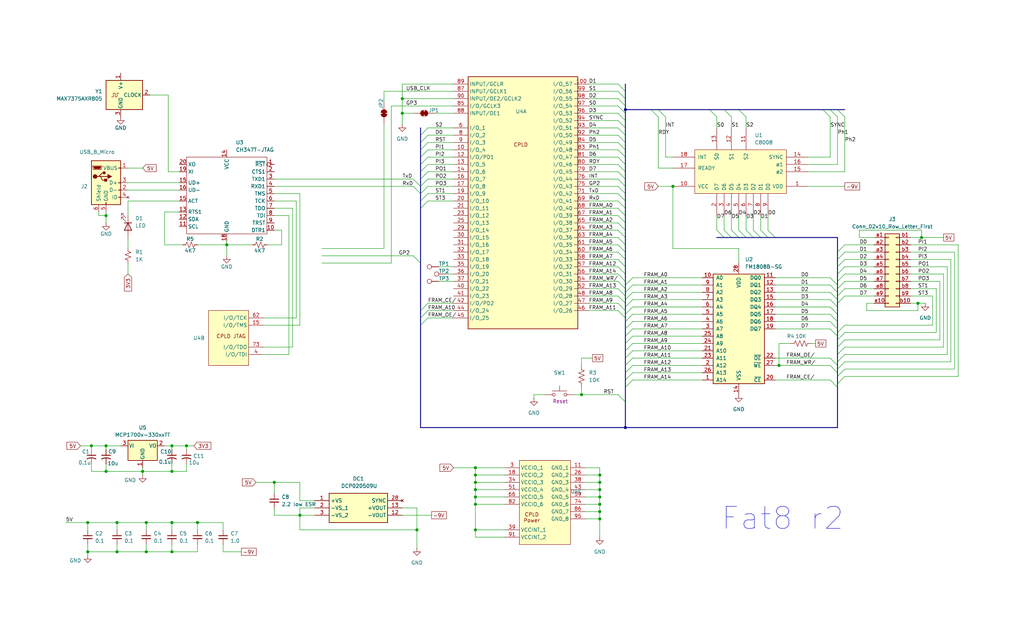
<source format=kicad_sch>
(kicad_sch (version 20250114) (generator "eeschema") (generator_version "9.0")
  (paper "USLegal")
  (title_block (title "fat8") (date "2025-03-02") (company "kearney.dev"))
  (text "Fat8 r2\n" (at 271.78 180.34 0) (effects (font (size 7.62 7.62))))
  (junction (at 64.77 154.94))
  (junction (at 36.83 163.83))
  (junction (at 50.8 181.61))
  (junction (at 208.28 170.18))
  (junction (at 49.53 163.83))
  (junction (at 165.1 162.56))
  (junction (at 208.28 175.26))
  (junction (at 139.7 39.37))
  (junction (at 208.28 172.72))
  (junction (at 318.77 105.41))
  (junction (at 31.75 154.94))
  (junction (at 165.1 172.72))
  (junction (at 40.64 191.77))
  (junction (at 59.69 191.77))
  (junction (at 59.69 163.83))
  (junction (at 36.83 74.93))
  (junction (at 68.58 181.61))
  (junction (at 36.83 154.94))
  (junction (at 270.51 127))
  (junction (at 208.28 167.64))
  (junction (at 165.1 175.26))
  (junction (at 30.48 191.77))
  (junction (at 208.28 180.34))
  (junction (at 78.74 85.09))
  (junction (at 40.64 181.61))
  (junction (at 104.14 179.07))
  (junction (at 50.8 191.77))
  (junction (at 139.7 34.29))
  (junction (at 30.48 181.61))
  (junction (at 217.17 148.59))
  (junction (at 144.78 184.15))
  (junction (at 217.17 38.1))
  (junction (at 208.28 165.1))
  (junction (at 201.93 137.16))
  (junction (at 165.1 170.18))
  (junction (at 320.04 82.55))
  (junction (at 95.25 167.64))
  (junction (at 59.69 154.94))
  (junction (at 165.1 165.1))
  (junction (at 208.28 177.8))
  (junction (at 59.69 181.61))
  (junction (at 165.1 167.64))
  (junction (at 165.1 184.15))
  (junction (at 233.68 64.77))
  (bus_entry (at 217.17 132.08) (size 2.54 -2.54))
  (bus_entry (at 214.63 85.09) (size 2.54 2.54))
  (bus_entry (at 214.63 92.71) (size 2.54 2.54))
  (bus_entry (at 214.63 62.23) (size 2.54 2.54))
  (bus_entry (at 290.83 120.65) (size 2.54 -2.54))
  (bus_entry (at 269.24 82.55) (size -2.54 -2.54))
  (bus_entry (at 146.05 110.49) (size 2.54 -2.54))
  (bus_entry (at 226.06 38.1) (size 2.54 2.54))
  (bus_entry (at 214.63 90.17) (size 2.54 2.54))
  (bus_entry (at 214.63 46.99) (size 2.54 2.54))
  (bus_entry (at 214.63 74.93) (size 2.54 2.54))
  (bus_entry (at 290.83 40.64) (size -2.54 -2.54))
  (bus_entry (at 290.83 127) (size -2.54 -2.54))
  (bus_entry (at 214.63 97.79) (size 2.54 2.54))
  (bus_entry (at 214.63 64.77) (size 2.54 2.54))
  (bus_entry (at 146.05 67.31) (size 2.54 -2.54))
  (bus_entry (at 146.05 107.95) (size 2.54 -2.54))
  (bus_entry (at 146.05 49.53) (size 2.54 -2.54))
  (bus_entry (at 251.46 38.1) (size 2.54 2.54))
  (bus_entry (at 290.83 101.6) (size -2.54 -2.54))
  (bus_entry (at 214.63 29.21) (size 2.54 2.54))
  (bus_entry (at 290.83 115.57) (size 2.54 -2.54))
  (bus_entry (at 143.51 62.23) (size 2.54 2.54))
  (bus_entry (at 228.6 38.1) (size 2.54 2.54))
  (bus_entry (at 290.83 125.73) (size 2.54 -2.54))
  (bus_entry (at 290.83 118.11) (size 2.54 -2.54))
  (bus_entry (at 146.05 46.99) (size 2.54 -2.54))
  (bus_entry (at 290.83 116.84) (size -2.54 -2.54))
  (bus_entry (at 217.17 109.22) (size 2.54 -2.54))
  (bus_entry (at 214.63 34.29) (size 2.54 2.54))
  (bus_entry (at 290.83 111.76) (size -2.54 -2.54))
  (bus_entry (at 290.83 109.22) (size -2.54 -2.54))
  (bus_entry (at 261.62 82.55) (size -2.54 -2.54))
  (bus_entry (at 146.05 59.69) (size 2.54 -2.54))
  (bus_entry (at 214.63 67.31) (size 2.54 2.54))
  (bus_entry (at 214.63 137.16) (size 2.54 2.54))
  (bus_entry (at 214.63 87.63) (size 2.54 2.54))
  (bus_entry (at 290.83 130.81) (size 2.54 -2.54))
  (bus_entry (at 290.83 87.63) (size 2.54 -2.54))
  (bus_entry (at 214.63 100.33) (size 2.54 2.54))
  (bus_entry (at 217.17 119.38) (size 2.54 -2.54))
  (bus_entry (at 217.17 129.54) (size 2.54 -2.54))
  (bus_entry (at 217.17 111.76) (size 2.54 -2.54))
  (bus_entry (at 217.17 116.84) (size 2.54 -2.54))
  (bus_entry (at 290.83 95.25) (size 2.54 -2.54))
  (bus_entry (at 290.83 99.06) (size -2.54 -2.54))
  (bus_entry (at 146.05 64.77) (size 2.54 -2.54))
  (bus_entry (at 146.05 52.07) (size 2.54 -2.54))
  (bus_entry (at 214.63 69.85) (size 2.54 2.54))
  (bus_entry (at 214.63 49.53) (size 2.54 2.54))
  (bus_entry (at 217.17 114.3) (size 2.54 -2.54))
  (bus_entry (at 217.17 99.06) (size 2.54 -2.54))
  (bus_entry (at 217.17 121.92) (size 2.54 -2.54))
  (bus_entry (at 217.17 124.46) (size 2.54 -2.54))
  (bus_entry (at 214.63 107.95) (size 2.54 2.54))
  (bus_entry (at 293.37 40.64) (size -2.54 -2.54))
  (bus_entry (at 290.83 100.33) (size 2.54 -2.54))
  (bus_entry (at 214.63 82.55) (size 2.54 2.54))
  (bus_entry (at 146.05 54.61) (size 2.54 -2.54))
  (bus_entry (at 290.83 114.3) (size -2.54 -2.54))
  (bus_entry (at 143.51 64.77) (size 2.54 2.54))
  (bus_entry (at 256.54 38.1) (size 2.54 2.54))
  (bus_entry (at 266.7 82.55) (size -2.54 -2.54))
  (bus_entry (at 290.83 134.62) (size -2.54 -2.54))
  (bus_entry (at 146.05 62.23) (size 2.54 -2.54))
  (bus_entry (at 290.83 92.71) (size 2.54 -2.54))
  (bus_entry (at 214.63 31.75) (size 2.54 2.54))
  (bus_entry (at 217.17 104.14) (size 2.54 -2.54))
  (bus_entry (at 214.63 57.15) (size 2.54 2.54))
  (bus_entry (at 217.17 106.68) (size 2.54 -2.54))
  (bus_entry (at 217.17 101.6) (size 2.54 -2.54))
  (bus_entry (at 217.17 134.62) (size 2.54 -2.54))
  (bus_entry (at 214.63 44.45) (size 2.54 2.54))
  (bus_entry (at 146.05 57.15) (size 2.54 -2.54))
  (bus_entry (at 290.83 105.41) (size 2.54 -2.54))
  (bus_entry (at 264.16 82.55) (size -2.54 -2.54))
  (bus_entry (at 254 82.55) (size -2.54 -2.54))
  (bus_entry (at 290.83 106.68) (size -2.54 -2.54))
  (bus_entry (at 290.83 90.17) (size 2.54 -2.54))
  (bus_entry (at 290.83 104.14) (size -2.54 -2.54))
  (bus_entry (at 214.63 59.69) (size 2.54 2.54))
  (bus_entry (at 290.83 128.27) (size 2.54 -2.54))
  (bus_entry (at 288.29 40.64) (size -2.54 -2.54))
  (bus_entry (at 146.05 69.85) (size 2.54 -2.54))
  (bus_entry (at 217.17 127) (size 2.54 -2.54))
  (bus_entry (at 290.83 129.54) (size -2.54 -2.54))
  (bus_entry (at 256.54 82.55) (size -2.54 -2.54))
  (bus_entry (at 146.05 113.03) (size 2.54 -2.54))
  (bus_entry (at 214.63 72.39) (size 2.54 2.54))
  (bus_entry (at 259.08 82.55) (size -2.54 -2.54))
  (bus_entry (at 143.51 88.9) (size 2.54 2.54))
  (bus_entry (at 290.83 102.87) (size 2.54 -2.54))
  (bus_entry (at 214.63 77.47) (size 2.54 2.54))
  (bus_entry (at 214.63 105.41) (size 2.54 2.54))
  (bus_entry (at 290.83 133.35) (size 2.54 -2.54))
  (bus_entry (at 251.46 82.55) (size -2.54 -2.54))
  (bus_entry (at 214.63 95.25) (size 2.54 2.54))
  (bus_entry (at 214.63 102.87) (size 2.54 2.54))
  (bus_entry (at 290.83 97.79) (size 2.54 -2.54))
  (bus_entry (at 146.05 72.39) (size 2.54 -2.54))
  (bus_entry (at 214.63 41.91) (size 2.54 2.54))
  (bus_entry (at 290.83 123.19) (size 2.54 -2.54))
  (bus_entry (at 214.63 80.01) (size 2.54 2.54))
  (bus_entry (at 214.63 52.07) (size 2.54 2.54))
  (bus_entry (at 246.38 38.1) (size 2.54 2.54))
  (bus_entry (at 214.63 36.83) (size 2.54 2.54))
  (bus_entry (at 214.63 39.37) (size 2.54 2.54))
  (bus_entry (at 214.63 54.61) (size 2.54 2.54))
  (wire (pts (xy 269.24 127) (xy 270.51 127)))
  (wire (pts (xy 201.93 134.62) (xy 201.93 137.16)))
  (wire (pts (xy 133.35 31.75) (xy 157.48 31.75)))
  (bus (pts (xy 251.46 38.1) (xy 256.54 38.1)))
  (wire (pts (xy 318.77 107.95) (xy 318.77 105.41)))
  (bus (pts (xy 251.46 82.55) (xy 254 82.55)))
  (wire (pts (xy 95.25 64.77) (xy 143.51 64.77)))
  (wire (pts (xy 204.47 80.01) (xy 214.63 80.01)))
  (wire (pts (xy 139.7 176.53) (xy 144.78 176.53)))
  (wire (pts (xy 293.37 97.79) (xy 303.53 97.79)))
  (wire (pts (xy 135.89 36.83) (xy 157.48 36.83)))
  (wire (pts (xy 95.25 179.07) (xy 104.14 179.07)))
  (wire (pts (xy 104.14 179.07) (xy 104.14 184.15)))
  (wire (pts (xy 111.76 91.44) (xy 135.89 91.44)))
  (wire (pts (xy 109.22 173.99) (xy 104.14 173.99)))
  (wire (pts (xy 36.83 163.83) (xy 49.53 163.83)))
  (bus (pts (xy 290.83 92.71) (xy 290.83 95.25)))
  (wire (pts (xy 233.68 86.36) (xy 256.54 86.36)))
  (wire (pts (xy 219.71 127) (xy 243.84 127)))
  (bus (pts (xy 217.17 77.47) (xy 217.17 80.01)))
  (bus (pts (xy 290.83 38.1) (xy 293.37 38.1)))
  (wire (pts (xy 148.59 52.07) (xy 157.48 52.07)))
  (bus (pts (xy 146.05 148.59) (xy 217.17 148.59)))
  (wire (pts (xy 269.24 114.3) (xy 288.29 114.3)))
  (wire (pts (xy 269.24 104.14) (xy 288.29 104.14)))
  (wire (pts (xy 208.28 180.34) (xy 208.28 186.69)))
  (wire (pts (xy 330.2 90.17) (xy 316.23 90.17)))
  (wire (pts (xy 148.59 69.85) (xy 157.48 69.85)))
  (wire (pts (xy 148.59 44.45) (xy 157.48 44.45)))
  (wire (pts (xy 256.54 74.93) (xy 256.54 80.01)))
  (bus (pts (xy 254 82.55) (xy 256.54 82.55)))
  (bus (pts (xy 290.83 129.54) (xy 290.83 130.81)))
  (bus (pts (xy 261.62 82.55) (xy 264.16 82.55)))
  (wire (pts (xy 157.48 29.21) (xy 139.7 29.21)))
  (bus (pts (xy 290.83 123.19) (xy 290.83 125.73)))
  (wire (pts (xy 293.37 59.69) (xy 293.37 40.64)))
  (wire (pts (xy 203.2 180.34) (xy 208.28 180.34)))
  (wire (pts (xy 104.14 113.03) (xy 91.44 113.03)))
  (bus (pts (xy 217.17 74.93) (xy 217.17 77.47)))
  (bus (pts (xy 217.17 100.33) (xy 217.17 101.6)))
  (wire (pts (xy 204.47 102.87) (xy 214.63 102.87)))
  (wire (pts (xy 139.7 29.21) (xy 139.7 34.29)))
  (bus (pts (xy 290.83 115.57) (xy 290.83 116.84)))
  (wire (pts (xy 97.79 80.01) (xy 97.79 85.09)))
  (bus (pts (xy 290.83 99.06) (xy 290.83 100.33)))
  (bus (pts (xy 146.05 57.15) (xy 146.05 59.69)))
  (wire (pts (xy 201.93 127) (xy 201.93 124.46)))
  (wire (pts (xy 135.89 91.44) (xy 135.89 36.83)))
  (wire (pts (xy 256.54 86.36) (xy 256.54 91.44)))
  (wire (pts (xy 298.45 80.01) (xy 320.04 80.01)))
  (wire (pts (xy 290.83 57.15) (xy 280.67 57.15)))
  (wire (pts (xy 331.47 87.63) (xy 331.47 128.27)))
  (wire (pts (xy 204.47 57.15) (xy 214.63 57.15)))
  (bus (pts (xy 290.83 134.62) (xy 290.83 148.59)))
  (wire (pts (xy 219.71 116.84) (xy 243.84 116.84)))
  (bus (pts (xy 288.29 38.1) (xy 290.83 38.1)))
  (wire (pts (xy 231.14 54.61) (xy 233.68 54.61)))
  (bus (pts (xy 217.17 95.25) (xy 217.17 97.79)))
  (wire (pts (xy 316.23 105.41) (xy 318.77 105.41)))
  (wire (pts (xy 325.12 100.33) (xy 325.12 115.57)))
  (bus (pts (xy 146.05 113.03) (xy 146.05 148.59)))
  (wire (pts (xy 323.85 102.87) (xy 316.23 102.87)))
  (wire (pts (xy 30.48 181.61) (xy 40.64 181.61)))
  (wire (pts (xy 144.78 184.15) (xy 144.78 190.5)))
  (bus (pts (xy 217.17 139.7) (xy 217.17 148.59)))
  (wire (pts (xy 293.37 118.11) (xy 326.39 118.11)))
  (wire (pts (xy 59.69 189.23) (xy 59.69 191.77)))
  (wire (pts (xy 293.37 85.09) (xy 303.53 85.09)))
  (wire (pts (xy 91.44 110.49) (xy 102.87 110.49)))
  (wire (pts (xy 204.47 34.29) (xy 214.63 34.29)))
  (wire (pts (xy 101.6 72.39) (xy 101.6 120.65)))
  (bus (pts (xy 217.17 134.62) (xy 217.17 139.7)))
  (wire (pts (xy 316.23 100.33) (xy 325.12 100.33)))
  (wire (pts (xy 36.83 161.29) (xy 36.83 163.83)))
  (wire (pts (xy 64.77 163.83) (xy 59.69 163.83)))
  (wire (pts (xy 330.2 125.73) (xy 330.2 90.17)))
  (wire (pts (xy 78.74 83.82) (xy 78.74 85.09)))
  (wire (pts (xy 327.66 95.25) (xy 316.23 95.25)))
  (wire (pts (xy 30.48 191.77) (xy 30.48 193.04)))
  (wire (pts (xy 254 40.64) (xy 254 44.45)))
  (wire (pts (xy 148.59 46.99) (xy 157.48 46.99)))
  (wire (pts (xy 165.1 175.26) (xy 175.26 175.26)))
  (wire (pts (xy 111.76 88.9) (xy 143.51 88.9)))
  (wire (pts (xy 203.2 165.1) (xy 208.28 165.1)))
  (bus (pts (xy 290.83 125.73) (xy 290.83 127)))
  (wire (pts (xy 219.71 121.92) (xy 243.84 121.92)))
  (wire (pts (xy 203.2 162.56) (xy 208.28 162.56)))
  (bus (pts (xy 217.17 90.17) (xy 217.17 92.71)))
  (wire (pts (xy 102.87 69.85) (xy 95.25 69.85)))
  (wire (pts (xy 219.71 114.3) (xy 243.84 114.3)))
  (wire (pts (xy 185.42 137.16) (xy 185.42 138.43)))
  (wire (pts (xy 34.29 73.66) (xy 34.29 74.93)))
  (wire (pts (xy 91.44 123.19) (xy 100.33 123.19)))
  (wire (pts (xy 148.59 49.53) (xy 157.48 49.53)))
  (wire (pts (xy 104.14 179.07) (xy 109.22 179.07)))
  (wire (pts (xy 204.47 54.61) (xy 214.63 54.61)))
  (wire (pts (xy 59.69 154.94) (xy 59.69 156.21)))
  (bus (pts (xy 290.83 104.14) (xy 290.83 105.41)))
  (wire (pts (xy 219.71 109.22) (xy 243.84 109.22)))
  (wire (pts (xy 219.71 106.68) (xy 243.84 106.68)))
  (wire (pts (xy 269.24 132.08) (xy 288.29 132.08)))
  (bus (pts (xy 217.17 52.07) (xy 217.17 54.61)))
  (bus (pts (xy 290.83 128.27) (xy 290.83 129.54)))
  (wire (pts (xy 30.48 189.23) (xy 30.48 191.77)))
  (wire (pts (xy 204.47 44.45) (xy 214.63 44.45)))
  (wire (pts (xy 139.7 34.29) (xy 157.48 34.29)))
  (wire (pts (xy 204.47 69.85) (xy 214.63 69.85)))
  (wire (pts (xy 219.71 99.06) (xy 243.84 99.06)))
  (bus (pts (xy 217.17 107.95) (xy 217.17 109.22)))
  (wire (pts (xy 44.45 91.44) (xy 44.45 95.25)))
  (bus (pts (xy 217.17 38.1) (xy 226.06 38.1)))
  (wire (pts (xy 95.25 67.31) (xy 104.14 67.31)))
  (wire (pts (xy 280.67 54.61) (xy 288.29 54.61)))
  (bus (pts (xy 217.17 64.77) (xy 217.17 67.31)))
  (wire (pts (xy 165.1 167.64) (xy 165.1 165.1)))
  (bus (pts (xy 217.17 82.55) (xy 217.17 85.09)))
  (wire (pts (xy 104.14 167.64) (xy 104.14 173.99)))
  (bus (pts (xy 146.05 72.39) (xy 146.05 91.44)))
  (wire (pts (xy 204.47 52.07) (xy 214.63 52.07)))
  (wire (pts (xy 185.42 137.16) (xy 189.23 137.16)))
  (wire (pts (xy 228.6 58.42) (xy 233.68 58.42)))
  (wire (pts (xy 204.47 95.25) (xy 214.63 95.25)))
  (bus (pts (xy 217.17 62.23) (xy 217.17 64.77)))
  (wire (pts (xy 264.16 74.93) (xy 264.16 80.01)))
  (wire (pts (xy 204.47 107.95) (xy 214.63 107.95)))
  (wire (pts (xy 52.07 33.02) (xy 58.42 33.02)))
  (wire (pts (xy 281.94 119.38) (xy 283.21 119.38)))
  (wire (pts (xy 208.28 170.18) (xy 208.28 172.72)))
  (wire (pts (xy 280.67 59.69) (xy 293.37 59.69)))
  (bus (pts (xy 290.83 111.76) (xy 290.83 114.3)))
  (wire (pts (xy 44.45 82.55) (xy 44.45 86.36)))
  (bus (pts (xy 217.17 41.91) (xy 217.17 44.45)))
  (bus (pts (xy 146.05 52.07) (xy 146.05 54.61)))
  (wire (pts (xy 100.33 74.93) (xy 100.33 123.19)))
  (bus (pts (xy 217.17 119.38) (xy 217.17 121.92)))
  (bus (pts (xy 290.83 133.35) (xy 290.83 134.62)))
  (wire (pts (xy 77.47 184.15) (xy 77.47 181.61)))
  (wire (pts (xy 50.8 191.77) (xy 59.69 191.77)))
  (wire (pts (xy 175.26 184.15) (xy 165.1 184.15)))
  (bus (pts (xy 217.17 105.41) (xy 217.17 106.68)))
  (wire (pts (xy 274.32 119.38) (xy 270.51 119.38)))
  (bus (pts (xy 146.05 67.31) (xy 146.05 69.85)))
  (wire (pts (xy 104.14 184.15) (xy 144.78 184.15)))
  (wire (pts (xy 62.23 69.85) (xy 44.45 69.85)))
  (bus (pts (xy 290.83 120.65) (xy 290.83 123.19)))
  (wire (pts (xy 328.93 123.19) (xy 293.37 123.19)))
  (wire (pts (xy 44.45 58.42) (xy 49.53 58.42)))
  (bus (pts (xy 146.05 46.99) (xy 146.05 49.53)))
  (wire (pts (xy 50.8 181.61) (xy 50.8 184.15)))
  (wire (pts (xy 165.1 170.18) (xy 165.1 167.64)))
  (wire (pts (xy 316.23 82.55) (xy 320.04 82.55)))
  (wire (pts (xy 325.12 115.57) (xy 293.37 115.57)))
  (wire (pts (xy 270.51 127) (xy 288.29 127)))
  (wire (pts (xy 251.46 74.93) (xy 251.46 80.01)))
  (wire (pts (xy 104.14 67.31) (xy 104.14 113.03)))
  (wire (pts (xy 57.15 154.94) (xy 59.69 154.94)))
  (wire (pts (xy 233.68 64.77) (xy 233.68 86.36)))
  (bus (pts (xy 290.83 97.79) (xy 290.83 99.06)))
  (wire (pts (xy 95.25 62.23) (xy 143.51 62.23)))
  (wire (pts (xy 326.39 118.11) (xy 326.39 97.79)))
  (wire (pts (xy 152.4 92.71) (xy 157.48 92.71)))
  (wire (pts (xy 201.93 137.16) (xy 214.63 137.16)))
  (wire (pts (xy 204.47 74.93) (xy 214.63 74.93)))
  (bus (pts (xy 259.08 82.55) (xy 261.62 82.55)))
  (wire (pts (xy 204.47 64.77) (xy 214.63 64.77)))
  (wire (pts (xy 204.47 100.33) (xy 214.63 100.33)))
  (wire (pts (xy 31.75 154.94) (xy 36.83 154.94)))
  (wire (pts (xy 97.79 85.09) (xy 92.71 85.09)))
  (wire (pts (xy 165.1 186.69) (xy 165.1 184.15)))
  (bus (pts (xy 290.83 106.68) (xy 290.83 109.22)))
  (bus (pts (xy 290.83 101.6) (xy 290.83 102.87)))
  (bus (pts (xy 256.54 38.1) (xy 285.75 38.1)))
  (bus (pts (xy 217.17 101.6) (xy 217.17 102.87)))
  (wire (pts (xy 59.69 181.61) (xy 68.58 181.61)))
  (bus (pts (xy 146.05 62.23) (xy 146.05 64.77)))
  (wire (pts (xy 27.94 154.94) (xy 31.75 154.94)))
  (wire (pts (xy 219.71 104.14) (xy 243.84 104.14)))
  (bus (pts (xy 217.17 92.71) (xy 217.17 95.25)))
  (wire (pts (xy 165.1 162.56) (xy 175.26 162.56)))
  (wire (pts (xy 219.71 124.46) (xy 243.84 124.46)))
  (wire (pts (xy 219.71 111.76) (xy 243.84 111.76)))
  (wire (pts (xy 269.24 111.76) (xy 288.29 111.76)))
  (wire (pts (xy 95.25 74.93) (xy 100.33 74.93)))
  (bus (pts (xy 217.17 54.61) (xy 217.17 57.15)))
  (wire (pts (xy 102.87 110.49) (xy 102.87 69.85)))
  (wire (pts (xy 22.86 181.61) (xy 30.48 181.61)))
  (bus (pts (xy 146.05 54.61) (xy 146.05 57.15)))
  (wire (pts (xy 59.69 154.94) (xy 64.77 154.94)))
  (bus (pts (xy 266.7 82.55) (xy 269.24 82.55)))
  (wire (pts (xy 31.75 154.94) (xy 31.75 156.21)))
  (wire (pts (xy 40.64 181.61) (xy 50.8 181.61)))
  (wire (pts (xy 203.2 177.8) (xy 208.28 177.8)))
  (wire (pts (xy 204.47 62.23) (xy 214.63 62.23)))
  (wire (pts (xy 219.71 96.52) (xy 243.84 96.52)))
  (wire (pts (xy 293.37 100.33) (xy 303.53 100.33)))
  (wire (pts (xy 208.28 162.56) (xy 208.28 165.1)))
  (wire (pts (xy 316.23 92.71) (xy 328.93 92.71)))
  (wire (pts (xy 318.77 105.41) (xy 321.31 105.41)))
  (bus (pts (xy 217.17 29.21) (xy 217.17 31.75)))
  (wire (pts (xy 293.37 95.25) (xy 303.53 95.25)))
  (wire (pts (xy 269.24 101.6) (xy 288.29 101.6)))
  (wire (pts (xy 148.59 64.77) (xy 157.48 64.77)))
  (bus (pts (xy 290.83 102.87) (xy 290.83 104.14)))
  (wire (pts (xy 77.47 191.77) (xy 83.82 191.77)))
  (bus (pts (xy 217.17 102.87) (xy 217.17 104.14)))
  (wire (pts (xy 165.1 175.26) (xy 165.1 172.72)))
  (wire (pts (xy 165.1 172.72) (xy 165.1 170.18)))
  (wire (pts (xy 204.47 85.09) (xy 214.63 85.09)))
  (wire (pts (xy 290.83 40.64) (xy 290.83 57.15)))
  (bus (pts (xy 146.05 59.69) (xy 146.05 62.23)))
  (wire (pts (xy 34.29 74.93) (xy 36.83 74.93)))
  (wire (pts (xy 59.69 181.61) (xy 59.69 184.15)))
  (wire (pts (xy 30.48 181.61) (xy 30.48 184.15)))
  (wire (pts (xy 204.47 39.37) (xy 214.63 39.37)))
  (wire (pts (xy 31.75 161.29) (xy 31.75 163.83)))
  (bus (pts (xy 217.17 34.29) (xy 217.17 36.83)))
  (wire (pts (xy 288.29 54.61) (xy 288.29 40.64)))
  (bus (pts (xy 217.17 44.45) (xy 217.17 46.99)))
  (wire (pts (xy 248.92 74.93) (xy 248.92 80.01)))
  (wire (pts (xy 64.77 154.94) (xy 64.77 156.21)))
  (wire (pts (xy 316.23 87.63) (xy 331.47 87.63)))
  (wire (pts (xy 203.2 175.26) (xy 208.28 175.26)))
  (bus (pts (xy 146.05 110.49) (xy 146.05 113.03)))
  (bus (pts (xy 217.17 72.39) (xy 217.17 74.93)))
  (wire (pts (xy 31.75 163.83) (xy 36.83 163.83)))
  (bus (pts (xy 217.17 87.63) (xy 217.17 90.17)))
  (bus (pts (xy 264.16 82.55) (xy 266.7 82.55)))
  (bus (pts (xy 146.05 91.44) (xy 146.05 107.95)))
  (bus (pts (xy 228.6 38.1) (xy 246.38 38.1)))
  (wire (pts (xy 57.15 85.09) (xy 63.5 85.09)))
  (bus (pts (xy 217.17 97.79) (xy 217.17 99.06)))
  (bus (pts (xy 217.17 59.69) (xy 217.17 62.23)))
  (wire (pts (xy 204.47 72.39) (xy 214.63 72.39)))
  (bus (pts (xy 217.17 67.31) (xy 217.17 69.85)))
  (bus (pts (xy 290.83 90.17) (xy 290.83 92.71)))
  (wire (pts (xy 133.35 86.36) (xy 133.35 43.18)))
  (wire (pts (xy 68.58 181.61) (xy 77.47 181.61)))
  (bus (pts (xy 290.83 127) (xy 290.83 128.27)))
  (wire (pts (xy 204.47 36.83) (xy 214.63 36.83)))
  (wire (pts (xy 44.45 69.85) (xy 44.45 74.93)))
  (wire (pts (xy 144.78 176.53) (xy 144.78 184.15)))
  (wire (pts (xy 148.59 105.41) (xy 157.48 105.41)))
  (wire (pts (xy 50.8 189.23) (xy 50.8 191.77)))
  (bus (pts (xy 226.06 38.1) (xy 228.6 38.1)))
  (wire (pts (xy 332.74 130.81) (xy 332.74 85.09)))
  (bus (pts (xy 217.17 38.1) (xy 217.17 39.37)))
  (bus (pts (xy 290.83 118.11) (xy 290.83 120.65)))
  (wire (pts (xy 59.69 163.83) (xy 49.53 163.83)))
  (wire (pts (xy 261.62 74.93) (xy 261.62 80.01)))
  (bus (pts (xy 269.24 82.55) (xy 290.83 82.55)))
  (wire (pts (xy 320.04 80.01) (xy 320.04 82.55)))
  (wire (pts (xy 40.64 191.77) (xy 50.8 191.77)))
  (bus (pts (xy 285.75 38.1) (xy 288.29 38.1)))
  (wire (pts (xy 139.7 179.07) (xy 149.86 179.07)))
  (wire (pts (xy 139.7 39.37) (xy 143.51 39.37)))
  (wire (pts (xy 259.08 74.93) (xy 259.08 80.01)))
  (wire (pts (xy 101.6 120.65) (xy 91.44 120.65)))
  (wire (pts (xy 175.26 186.69) (xy 165.1 186.69)))
  (wire (pts (xy 303.53 105.41) (xy 300.99 105.41)))
  (wire (pts (xy 40.64 181.61) (xy 40.64 184.15)))
  (wire (pts (xy 104.14 176.53) (xy 104.14 179.07)))
  (wire (pts (xy 219.71 132.08) (xy 243.84 132.08)))
  (wire (pts (xy 111.76 86.36) (xy 133.35 86.36)))
  (bus (pts (xy 217.17 132.08) (xy 217.17 134.62)))
  (wire (pts (xy 36.83 73.66) (xy 36.83 74.93)))
  (wire (pts (xy 201.93 124.46) (xy 205.74 124.46)))
  (wire (pts (xy 77.47 189.23) (xy 77.47 191.77)))
  (wire (pts (xy 293.37 90.17) (xy 303.53 90.17)))
  (bus (pts (xy 217.17 116.84) (xy 217.17 119.38)))
  (wire (pts (xy 293.37 92.71) (xy 303.53 92.71)))
  (wire (pts (xy 59.69 191.77) (xy 68.58 191.77)))
  (wire (pts (xy 280.67 64.77) (xy 293.37 64.77)))
  (wire (pts (xy 204.47 87.63) (xy 214.63 87.63)))
  (wire (pts (xy 219.71 129.54) (xy 243.84 129.54)))
  (wire (pts (xy 95.25 72.39) (xy 101.6 72.39)))
  (bus (pts (xy 290.83 116.84) (xy 290.83 118.11)))
  (wire (pts (xy 293.37 87.63) (xy 303.53 87.63)))
  (wire (pts (xy 320.04 82.55) (xy 327.66 82.55)))
  (bus (pts (xy 217.17 110.49) (xy 217.17 111.76)))
  (wire (pts (xy 204.47 59.69) (xy 214.63 59.69)))
  (wire (pts (xy 148.59 57.15) (xy 157.48 57.15)))
  (wire (pts (xy 203.2 172.72) (xy 208.28 172.72)))
  (wire (pts (xy 298.45 82.55) (xy 298.45 80.01)))
  (wire (pts (xy 30.48 191.77) (xy 40.64 191.77)))
  (bus (pts (xy 217.17 124.46) (xy 217.17 127)))
  (wire (pts (xy 323.85 113.03) (xy 323.85 102.87)))
  (wire (pts (xy 36.83 77.47) (xy 36.83 74.93)))
  (bus (pts (xy 290.83 130.81) (xy 290.83 133.35)))
  (wire (pts (xy 95.25 167.64) (xy 104.14 167.64)))
  (wire (pts (xy 165.1 184.15) (xy 165.1 175.26)))
  (bus (pts (xy 290.83 100.33) (xy 290.83 101.6)))
  (bus (pts (xy 290.83 114.3) (xy 290.83 115.57)))
  (wire (pts (xy 148.59 54.61) (xy 157.48 54.61)))
  (wire (pts (xy 332.74 85.09) (xy 316.23 85.09)))
  (bus (pts (xy 246.38 38.1) (xy 251.46 38.1)))
  (wire (pts (xy 326.39 97.79) (xy 316.23 97.79)))
  (wire (pts (xy 208.28 167.64) (xy 208.28 170.18)))
  (wire (pts (xy 199.39 137.16) (xy 201.93 137.16)))
  (wire (pts (xy 148.59 62.23) (xy 157.48 62.23)))
  (wire (pts (xy 219.71 101.6) (xy 243.84 101.6)))
  (wire (pts (xy 49.53 163.83) (xy 49.53 165.1)))
  (wire (pts (xy 148.59 67.31) (xy 157.48 67.31)))
  (wire (pts (xy 148.59 107.95) (xy 157.48 107.95)))
  (wire (pts (xy 139.7 43.18) (xy 139.7 39.37)))
  (wire (pts (xy 203.2 170.18) (xy 208.28 170.18)))
  (wire (pts (xy 293.37 113.03) (xy 323.85 113.03)))
  (wire (pts (xy 204.47 31.75) (xy 214.63 31.75)))
  (wire (pts (xy 300.99 107.95) (xy 318.77 107.95)))
  (wire (pts (xy 204.47 46.99) (xy 214.63 46.99)))
  (wire (pts (xy 152.4 97.79) (xy 157.48 97.79)))
  (wire (pts (xy 208.28 175.26) (xy 208.28 177.8)))
  (bus (pts (xy 217.17 148.59) (xy 290.83 148.59)))
  (wire (pts (xy 269.24 96.52) (xy 288.29 96.52)))
  (wire (pts (xy 204.47 90.17) (xy 214.63 90.17)))
  (wire (pts (xy 44.45 66.04) (xy 62.23 66.04)))
  (wire (pts (xy 208.28 165.1) (xy 208.28 167.64)))
  (wire (pts (xy 300.99 105.41) (xy 300.99 107.95)))
  (wire (pts (xy 228.6 64.77) (xy 233.68 64.77)))
  (bus (pts (xy 290.83 109.22) (xy 290.83 111.76)))
  (wire (pts (xy 59.69 161.29) (xy 59.69 163.83)))
  (bus (pts (xy 217.17 129.54) (xy 217.17 132.08)))
  (wire (pts (xy 133.35 35.56) (xy 133.35 31.75)))
  (wire (pts (xy 204.47 49.53) (xy 214.63 49.53)))
  (bus (pts (xy 248.92 82.55) (xy 251.46 82.55)))
  (wire (pts (xy 231.14 40.64) (xy 231.14 54.61)))
  (wire (pts (xy 50.8 181.61) (xy 59.69 181.61)))
  (bus (pts (xy 217.17 39.37) (xy 217.17 41.91)))
  (wire (pts (xy 328.93 92.71) (xy 328.93 123.19)))
  (wire (pts (xy 298.45 82.55) (xy 303.53 82.55)))
  (bus (pts (xy 217.17 99.06) (xy 217.17 100.33)))
  (wire (pts (xy 62.23 73.66) (xy 57.15 73.66)))
  (bus (pts (xy 217.17 121.92) (xy 217.17 124.46)))
  (wire (pts (xy 148.59 59.69) (xy 157.48 59.69)))
  (wire (pts (xy 165.1 165.1) (xy 175.26 165.1)))
  (bus (pts (xy 146.05 107.95) (xy 146.05 110.49)))
  (wire (pts (xy 204.47 29.21) (xy 214.63 29.21)))
  (wire (pts (xy 269.24 124.46) (xy 288.29 124.46)))
  (wire (pts (xy 95.25 171.45) (xy 95.25 167.64)))
  (wire (pts (xy 219.71 119.38) (xy 243.84 119.38)))
  (bus (pts (xy 290.83 95.25) (xy 290.83 97.79)))
  (wire (pts (xy 78.74 85.09) (xy 78.74 88.9)))
  (wire (pts (xy 68.58 189.23) (xy 68.58 191.77)))
  (wire (pts (xy 204.47 67.31) (xy 214.63 67.31)))
  (wire (pts (xy 36.83 154.94) (xy 36.83 156.21)))
  (wire (pts (xy 269.24 99.06) (xy 288.29 99.06)))
  (wire (pts (xy 36.83 154.94) (xy 41.91 154.94)))
  (wire (pts (xy 40.64 189.23) (xy 40.64 191.77)))
  (bus (pts (xy 217.17 80.01) (xy 217.17 82.55)))
  (wire (pts (xy 327.66 120.65) (xy 327.66 95.25)))
  (wire (pts (xy 248.92 40.64) (xy 248.92 44.45)))
  (bus (pts (xy 217.17 106.68) (xy 217.17 107.95)))
  (wire (pts (xy 49.53 162.56) (xy 49.53 163.83)))
  (wire (pts (xy 204.47 41.91) (xy 214.63 41.91)))
  (bus (pts (xy 217.17 104.14) (xy 217.17 105.41)))
  (wire (pts (xy 95.25 80.01) (xy 97.79 80.01)))
  (bus (pts (xy 217.17 36.83) (xy 217.17 38.1)))
  (bus (pts (xy 146.05 49.53) (xy 146.05 52.07)))
  (wire (pts (xy 254 74.93) (xy 254 80.01)))
  (wire (pts (xy 175.26 172.72) (xy 165.1 172.72)))
  (wire (pts (xy 148.59 110.49) (xy 157.48 110.49)))
  (wire (pts (xy 208.28 172.72) (xy 208.28 175.26)))
  (wire (pts (xy 175.26 170.18) (xy 165.1 170.18)))
  (wire (pts (xy 204.47 105.41) (xy 214.63 105.41)))
  (wire (pts (xy 293.37 125.73) (xy 330.2 125.73)))
  (bus (pts (xy 256.54 82.55) (xy 259.08 82.55)))
  (bus (pts (xy 217.17 85.09) (xy 217.17 87.63)))
  (bus (pts (xy 217.17 111.76) (xy 217.17 114.3)))
  (wire (pts (xy 88.9 167.64) (xy 95.25 167.64)))
  (wire (pts (xy 266.7 74.93) (xy 266.7 80.01)))
  (bus (pts (xy 217.17 31.75) (xy 217.17 34.29)))
  (wire (pts (xy 269.24 106.68) (xy 288.29 106.68)))
  (wire (pts (xy 68.58 85.09) (xy 78.74 85.09)))
  (wire (pts (xy 204.47 92.71) (xy 214.63 92.71)))
  (wire (pts (xy 208.28 177.8) (xy 208.28 180.34)))
  (wire (pts (xy 269.24 109.22) (xy 288.29 109.22)))
  (wire (pts (xy 165.1 162.56) (xy 165.1 165.1)))
  (bus (pts (xy 217.17 69.85) (xy 217.17 72.39)))
  (wire (pts (xy 270.51 119.38) (xy 270.51 127)))
  (bus (pts (xy 217.17 46.99) (xy 217.17 49.53)))
  (wire (pts (xy 68.58 181.61) (xy 68.58 184.15)))
  (bus (pts (xy 290.83 87.63) (xy 290.83 90.17)))
  (wire (pts (xy 293.37 120.65) (xy 327.66 120.65)))
  (wire (pts (xy 157.48 162.56) (xy 165.1 162.56)))
  (bus (pts (xy 217.17 49.53) (xy 217.17 52.07)))
  (wire (pts (xy 57.15 73.66) (xy 57.15 85.09)))
  (bus (pts (xy 217.17 127) (xy 217.17 129.54)))
  (wire (pts (xy 204.47 77.47) (xy 214.63 77.47)))
  (wire (pts (xy 58.42 59.69) (xy 62.23 59.69)))
  (wire (pts (xy 139.7 34.29) (xy 139.7 39.37)))
  (wire (pts (xy 58.42 33.02) (xy 58.42 59.69)))
  (bus (pts (xy 146.05 69.85) (xy 146.05 72.39)))
  (wire (pts (xy 64.77 154.94) (xy 67.31 154.94)))
  (bus (pts (xy 217.17 109.22) (xy 217.17 110.49)))
  (wire (pts (xy 175.26 167.64) (xy 165.1 167.64)))
  (wire (pts (xy 293.37 102.87) (xy 303.53 102.87)))
  (wire (pts (xy 204.47 97.79) (xy 214.63 97.79)))
  (wire (pts (xy 259.08 40.64) (xy 259.08 44.45)))
  (bus (pts (xy 217.17 114.3) (xy 217.17 116.84)))
  (bus (pts (xy 290.83 105.41) (xy 290.83 106.68)))
  (wire (pts (xy 44.45 63.5) (xy 62.23 63.5)))
  (wire (pts (xy 203.2 167.64) (xy 208.28 167.64)))
  (wire (pts (xy 95.25 176.53) (xy 95.25 179.07)))
  (bus (pts (xy 146.05 44.45) (xy 146.05 46.99)))
  (bus (pts (xy 217.17 57.15) (xy 217.17 59.69)))
  (wire (pts (xy 151.13 39.37) (xy 157.48 39.37)))
  (wire (pts (xy 228.6 40.64) (xy 228.6 58.42)))
  (bus (pts (xy 146.05 64.77) (xy 146.05 67.31)))
  (wire (pts (xy 293.37 130.81) (xy 332.74 130.81)))
  (wire (pts (xy 78.74 85.09) (xy 87.63 85.09)))
  (wire (pts (xy 204.47 82.55) (xy 214.63 82.55)))
  (wire (pts (xy 109.22 176.53) (xy 104.14 176.53)))
  (bus (pts (xy 290.83 82.55) (xy 290.83 87.63)))
  (wire (pts (xy 154.94 95.25) (xy 157.48 95.25)))
  (wire (pts (xy 64.77 161.29) (xy 64.77 163.83)))
  (wire (pts (xy 331.47 128.27) (xy 293.37 128.27)))
  (label "FRAM_A1" (at 223.52 99.06 0))
  (label "D0" (at 298.45 85.09 0))
  (label "FRAM_A3" (at 204.47 80.01 0))
  (label "ST1" (at 151.13 67.31 0))
  (label "D3" (at 204.47 39.37 0))
  (label "RDY" (at 204.47 57.15 0))
  (label "GP2" (at 138.43 88.9 0))
  (label "D0" (at 266.7 74.93 0))
  (label "PO1" (at 151.13 59.69 0))
  (label "S2" (at 151.13 44.45 0))
  (label "D2" (at 298.45 90.17 0))
  (label "PO2" (at 318.77 95.25 0))
  (label "D3" (at 259.08 76.2 0))
  (label "D3" (at 298.45 92.71 0))
  (label "SYNC" (at 288.29 44.45 0))
  (label "RxD" (at 204.47 69.85 0))
  (label "D5" (at 298.45 97.79 0))
  (label "FRAM_A10" (at 148.59 107.95 0))
  (label "FRAM_OE{slash}" (at 148.59 110.49 0))
  (label "FRAM_OE{slash}" (at 273.05 124.46 0))
  (label "FRAM_A14" (at 204.47 95.25 0))
  (label "D3" (at 278.13 104.14 0))
  (label "D7" (at 278.13 114.3 0))
  (label "Ph2" (at 204.47 46.99 0))
  (label "D4" (at 298.45 95.25 0))
  (label "S0" (at 204.47 36.83 0))
  (label "D4" (at 256.54 74.93 0))
  (label "FRAM_WR{slash}" (at 204.47 97.79 0))
  (label "D6" (at 278.13 111.76 0))
  (label "D7" (at 248.92 76.2 0))
  (label "PO3" (at 318.77 97.79 0))
  (label "FRAM_A11" (at 204.47 107.95 0))
  (label "INT" (at 204.47 62.23 0))
  (label "FRAM_CE{slash}" (at 148.59 105.41 0))
  (label "RxD" (at 139.7 64.77 0))
  (label "PI1" (at 151.13 52.07 0))
  (label "FRAM_A1" (at 204.47 74.93 0))
  (label "INT" (at 231.14 44.45 0))
  (label "FRAM_A14" (at 223.52 132.08 0))
  (label "D2" (at 278.13 101.6 0))
  (label "PI3" (at 318.77 90.17 0))
  (label "GP3" (at 140.97 36.83 0))
  (label "D0" (at 278.13 96.52 0))
  (label "D6" (at 298.45 100.33 0))
  (label "Ph1" (at 204.47 52.07 0))
  (label "D6" (at 251.46 74.93 0))
  (label "SYNC" (at 204.47 41.91 0))
  (label "FRAM_A7" (at 204.47 90.17 0))
  (label "S2" (at 259.08 44.45 0))
  (label "D5" (at 278.13 109.22 0))
  (label "FRAM_A10" (at 223.52 121.92 0))
  (label "FRAM_A9" (at 204.47 105.41 0))
  (label "FRAM_A5" (at 223.52 109.22 0))
  (label "FRAM_A12" (at 204.47 92.71 0))
  (label "RDY" (at 228.6 46.99 0))
  (label "S1" (at 254 44.45 0))
  (label "FRAM_WR{slash}" (at 273.05 127 0))
  (label "D6" (at 204.47 54.61 0))
  (label "PO3" (at 151.13 64.77 0))
  (label "TxD" (at 204.47 67.31 0))
  (label "S1" (at 204.47 31.75 0))
  (label "D7" (at 204.47 59.69 0))
  (label "FRAM_A6" (at 223.52 111.76 0))
  (label "D1" (at 264.16 76.2 0))
  (label "Ph2" (at 293.37 49.53 0))
  (label "D2" (at 261.62 74.93 0))
  (label "PI3" (at 151.13 57.15 0))
  (label "5V" (at 22.86 181.61 0))
  (label "FRAM_A12" (at 223.52 127 0))
  (label "PI2" (at 318.77 87.63 0))
  (label "FRAM_A0" (at 223.52 96.52 0))
  (label "FRAM_A11" (at 223.52 124.46 0))
  (label "USB_CLK" (at 140.97 31.75 0))
  (label "D0" (at 151.13 46.99 0))
  (label "FRAM_A4" (at 223.52 106.68 0))
  (label "PI1" (at 318.77 85.09 0))
  (label "FRAM_A9" (at 223.52 119.38 0))
  (label "PO1" (at 318.77 92.71 0))
  (label "FRAM_A3" (at 223.52 104.14 0))
  (label "RST" (at 151.13 49.53 0))
  (label "FRAM_A4" (at 204.47 82.55 0))
  (label "D7" (at 298.45 102.87 0))
  (label "ST1" (at 318.77 100.33 0))
  (label "FRAM_CE{slash}" (at 273.05 132.08 0))
  (label "FRAM_A2" (at 223.52 101.6 0))
  (label "S0" (at 248.92 44.45 0))
  (label "D4" (at 204.47 44.45 0))
  (label "FRAM_A0" (at 204.47 72.39 0))
  (label "D1" (at 204.47 29.21 0))
  (label "TxD" (at 139.7 62.23 0))
  (label "FRAM_A2" (at 204.47 77.47 0))
  (label "ST3" (at 318.77 102.87 0))
  (label "D5" (at 204.47 49.53 0))
  (label "D1" (at 278.13 99.06 0))
  (label "FRAM_A6" (at 204.47 87.63 0))
  (label "FRAM_A7" (at 223.52 114.3 0))
  (label "D2" (at 204.47 34.29 0))
  (label "GP2" (at 204.47 64.77 0))
  (label "D1" (at 298.45 87.63 0))
  (label "PI2" (at 151.13 54.61 0))
  (label "FRAM_A13" (at 223.52 129.54 0))
  (label "D5" (at 254 76.2 0))
  (label "Ph1" (at 290.83 46.99 0))
  (label "RST" (at 209.55 137.16 0))
  (label "ST3" (at 151.13 69.85 0))
  (label "D4" (at 278.13 106.68 0))
  (label "FRAM_A8" (at 204.47 102.87 0))
  (label "PO2" (at 151.13 62.23 0))
  (label "FRAM_A13" (at 204.47 100.33 0))
  (label "FRAM_A8" (at 223.52 116.84 0))
  (label "FRAM_A5" (at 204.47 85.09 0))
  (global_label "5V" (shape input) (at 157.48 162.56 180) (property "Intersheetrefs" "${INTERSHEET_REFS}" (effects (hide yes))))
  (global_label "-9V" (shape passive) (at 149.86 179.07 0) (property "Intersheetrefs" "${INTERSHEET_REFS}" (effects (hide yes))))
  (global_label "-9V" (shape passive) (at 83.82 191.77 0) (property "Intersheetrefs" "${INTERSHEET_REFS}" (effects (hide yes))))
  (global_label "3V3" (shape input) (at 44.45 95.25 270) (property "Intersheetrefs" "${INTERSHEET_REFS}" (effects (hide yes))))
  (global_label "5V" (shape input) (at 228.6 64.77 180) (property "Intersheetrefs" "${INTERSHEET_REFS}" (effects (hide yes))))
  (global_label "5V" (shape passive) (at 283.21 119.38 0) (property "Intersheetrefs" "${INTERSHEET_REFS}" (effects (hide yes))))
  (global_label "5V" (shape input) (at 49.53 58.42 0) (property "Intersheetrefs" "${INTERSHEET_REFS}" (effects (hide yes))))
  (global_label "5V" (shape input) (at 27.94 154.94 180) (property "Intersheetrefs" "${INTERSHEET_REFS}" (effects (hide yes))))
  (global_label "3V3" (shape input) (at 67.31 154.94 0) (property "Intersheetrefs" "${INTERSHEET_REFS}" (effects (hide yes))))
  (global_label "5V" (shape passive) (at 327.66 82.55 0) (property "Intersheetrefs" "${INTERSHEET_REFS}" (effects (hide yes))))
  (global_label "-9V" (shape passive) (at 293.37 64.77 0) (property "Intersheetrefs" "${INTERSHEET_REFS}" (effects (hide yes))))
  (global_label "5V" (shape input) (at 88.9 167.64 180) (property "Intersheetrefs" "${INTERSHEET_REFS}" (effects (hide yes))))
  (global_label "5V" (shape passive) (at 205.74 124.46 0) (property "Intersheetrefs" "${INTERSHEET_REFS}" (effects (hide yes))))
  (symbol (lib_id "Device:C_Small") (at 68.58 186.69 0) (unit 1)
    (property "Reference" "C6" (at 71.12 185.4262 0) (effects (justify left)))
    (property "Value" "0.1" (at 71.12 187.9662 0) (effects (justify left)))
    (property "Footprint" "Capacitor_SMD:C_0603_1608Metric" (effects (hide yes)))
    (property "Description" "Unpolarized capacitor, small symbol" (effects (hide yes)))
  )
  (symbol (lib_id "power:GND") (at 185.42 138.43 0) (unit 1)
    (property "Reference" "#PWR012" (effects (hide yes)))
    (property "Value" "GND" (at 185.42 143.51 0))
    (property "Description" "Power symbol creates a global label with name \"GND\" , ground" (effects (hide yes)))
  )
  (symbol (lib_id "Device:R_Small_US") (at 90.17 85.09 90) (unit 1)
    (property "Reference" "R2" (at 90.17 83.058 90))
    (property "Value" "4K7" (at 90.17 87.122 90))
    (property "Description" "Resistor, small US symbol" (effects (hide yes)))
  )
  (symbol (lib_id "Connector_Generic:Conn_02x10_Row_Letter_First") (at 308.61 92.71 0) (unit 1)
    (property "Reference" "J3" (at 309.88 76.2 0))
    (property "Value" "Conn_02x10_Row_Letter_First" (at 309.88 78.74 0))
    (property "Footprint" "Connector_PinHeader_1.27mm:PinHeader_2x10_P1.27mm_Vertical_SMD" (effects (hide yes)))
    (property "Description" "Generic connector, double row, 02x10, row letter first pin numbering scheme (pin number consists of a letter for the row and a number for the pin index in this row. a1, ..., aN; b1, ..., bN), script generated (kicad-library-utils/schlib/autogen/connector/)" (effects (hide yes)))
  )
  (symbol (lib_id "Device:R_US") (at 278.13 119.38 90) (unit 1)
    (property "Reference" "R4" (at 274.574 116.84 90))
    (property "Value" "10K" (at 278.13 116.84 90))
    (property "Footprint" "Resistor_SMD:R_0603_1608Metric" (effects (hide yes)))
    (property "Description" "Resistor, US symbol" (effects (hide yes)))
  )
  (symbol (lib_id "Oscillator:MAX7375AXR805") (at 41.91 33.02 0) (unit 1)
    (property "Reference" "Y1" (at 35.56 31.7499 0) (effects (justify right)))
    (property "Value" "MAX7375AXR805" (at 35.56 34.2899 0) (effects (justify right)))
    (property "Footprint" "Package_TO_SOT_SMD:SOT-323_SC-70" (effects (hide yes)))
    (property "Datasheet" "https://datasheets.maximintegrated.com/en/ds/MAX7375.pdf" (effects (hide yes)))
    (property "Description" "Silicon Clock Oscillator 8MHz, SC-70-3" (effects (hide yes)))
  )
  (symbol (lib_id "Device:C_Small_US") (at 59.69 158.75 0) (unit 1)
    (property "Reference" "C10" (at 55.626 156.972 0) (effects (justify left)))
    (property "Value" "0.1u" (at 55.118 160.528 0) (effects (justify left)))
    (property "Description" "capacitor, small US symbol" (effects (hide yes)))
  )
  (symbol (lib_id "Device:LED") (at 44.45 78.74 270) (unit 1)
    (property "Reference" "D1" (at 46.99 75.8824 90) (effects (justify left)))
    (property "Value" "LED" (at 46.99 78.4224 90) (effects (justify left)))
    (property "Description" "Light emitting diode" (effects (hide yes)))
    (property "Sim.Pins" "1=K 2=A" (effects (hide yes)))
  )
  (symbol (lib_id "power:GND") (at 36.83 77.47 0) (mirror y) (unit 1)
    (property "Reference" "#PWR02" (effects (hide yes)))
    (property "Value" "GND" (at 36.83 81.28 0))
    (property "Description" "Power symbol creates a global label with name \"GND\" , ground" (effects (hide yes)))
  )
  (symbol (lib_id "power:GND") (at 41.91 40.64 0) (mirror y) (unit 1)
    (property "Reference" "#PWR05" (effects (hide yes)))
    (property "Value" "GND" (at 41.91 44.45 0))
    (property "Description" "Power symbol creates a global label with name \"GND\" , ground" (effects (hide yes)))
  )
  (symbol (lib_id "ATF1504ASL-25AU100:ATF1504ASL-25AU100") (at 157.48 57.15 0) (unit 1)
    (property "Reference" "U4" (at 179.07 38.7349 0) (effects (justify left)))
    (property "Value" "ATF1504ASL-25AU100" (effects (hide yes)))
    (property "Footprint" "Package_QFP:VQFP-100_14x14mm_P0.5mm" (effects (hide yes)))
    (property "Datasheet" "https://componentsearchengine.com/Datasheets/1/ATF1504ASL-25AU100.pdf" (effects (hide yes)))
    (property "Description" "CPLD - Complex Programmable Logic Devices CPLD 64 MACROCELL w/ISP STD PWR 5V" (effects (hide yes)))
    (property "Height" "1.2" (effects (hide yes)))
    (property "Mouser Part Number" "556-AF1504ASL25AU100" (effects (hide yes)))
    (property "Mouser Price/Stock" "https://www.mouser.co.uk/ProductDetail/Microchip-Technology-Atmel/ATF1504ASL-25AU100?qs=fH4tvdCgwtMlin%2FZ5%2FzdGg%3D%3D" (effects (hide yes)))
    (property "Manufacturer_Name" "Microchip" (effects (hide yes)))
    (property "Manufacturer_Part_Number" "ATF1504ASL-25AU100" (effects (hide yes)))
  )
  (symbol (lib_id "Device:R_Small_US") (at 44.45 88.9 0) (unit 1)
    (property "Reference" "R1" (at 46.99 87.6299 0) (effects (justify left)))
    (property "Value" "1K" (at 46.99 90.1699 0) (effects (justify left)))
    (property "Description" "Resistor, small US symbol" (effects (hide yes)))
  )
  (symbol (lib_id "Memory_NVRAM:FM1808B-SG") (at 256.54 114.3 0) (unit 1)
    (property "Reference" "U2" (at 258.7341 90.17 0) (effects (justify left)))
    (property "Value" "FM1808B-SG" (at 258.7341 92.71 0) (effects (justify left)))
    (property "Footprint" "Package_SO:SOIC-28W_7.5x17.9mm_P1.27mm" (effects (hide yes)))
    (property "Datasheet" "http://www.cypress.com/file/136521/download" (effects (hide yes)))
    (property "Description" "256k FRAM nonvolatile memory, SOIC-28" (effects (hide yes)))
  )
  (symbol (lib_id "Device:C_Small_US") (at 31.75 158.75 0) (unit 1)
    (property "Reference" "C1" (at 28.448 156.972 0) (effects (justify left)))
    (property "Value" "0.1u" (at 27.178 160.782 0) (effects (justify left)))
    (property "Description" "capacitor, small US symbol" (effects (hide yes)))
  )
  (symbol (lib_id "Regulator_Linear:MCP1700x-330xxTT") (at 49.53 154.94 0) (unit 1)
    (property "Reference" "U5" (at 49.53 148.59 0))
    (property "Value" "MCP1700x-330xxTT" (at 49.53 151.13 0))
    (property "Footprint" "Package_TO_SOT_SMD:SOT-23" (effects (hide yes)))
    (property "Datasheet" "http://ww1.microchip.com/downloads/en/DeviceDoc/20001826D.pdf" (effects (hide yes)))
    (property "Description" "250mA Low Quiscent Current LDO, 3.3V output, SOT-23" (effects (hide yes)))
  )
  (symbol (lib_id "Connector:TestPoint") (at 152.4 92.71 90) (unit 1)
    (property "Reference" "TP1" (at 154.178 91.694 90))
    (property "Value" "TestPoint" (effects (hide yes)))
    (property "Footprint" "TestPoint:TestPoint_Pad_D1.0mm" (effects (hide yes)))
    (property "Description" "test point" (effects (hide yes)))
  )
  (symbol (lib_id "Switch:SW_Push") (at 194.31 137.16 0) (unit 1)
    (property "Reference" "SW1" (at 194.31 129.54 0))
    (property "Value" "KMR241GLFS" (effects (hide yes)))
    (property "Footprint" "Button_Switch_SMD:SW_Push_1P1T_NO_CK_KMR2" (effects (hide yes)))
    (property "Description" "Push button switch, generic, two pins" (effects (hide yes)))
    (property "Note" "Reset" (at 194.564 139.446 0))
  )
  (symbol (lib_id "power:GND") (at 30.48 193.04 0) (unit 1)
    (property "Reference" "#PWR011" (effects (hide yes)))
    (property "Value" "GND" (at 26.162 194.818 0))
    (property "Description" "Power symbol creates a global label with name \"GND\" , ground" (effects (hide yes)))
  )
  (symbol (lib_id "Connector:TestPoint") (at 154.94 95.25 90) (unit 1)
    (property "Reference" "TP2" (at 154.178 94.234 90))
    (property "Value" "TestPoint" (effects (hide yes)))
    (property "Footprint" "TestPoint:TestPoint_Pad_D1.0mm" (effects (hide yes)))
    (property "Description" "test point" (effects (hide yes)))
  )
  (symbol (lib_id "power:GND") (at 78.74 88.9 0) (mirror y) (unit 1)
    (property "Reference" "#PWR03" (effects (hide yes)))
    (property "Value" "GND" (at 78.74 92.71 0))
    (property "Description" "Power symbol creates a global label with name \"GND\" , ground" (effects (hide yes)))
  )
  (symbol (lib_id "Device:C_Small_US") (at 36.83 158.75 0) (unit 1)
    (property "Reference" "C9" (at 37.592 156.972 0) (effects (justify left)))
    (property "Value" "10u" (at 37.338 161.036 0) (effects (justify left)))
    (property "Description" "capacitor, small US symbol" (effects (hide yes)))
  )
  (symbol (lib_id "Device:C_Small") (at 59.69 186.69 0) (unit 1)
    (property "Reference" "C5" (at 62.23 185.4262 0) (effects (justify left)))
    (property "Value" "0.1" (at 62.23 187.9662 0) (effects (justify left)))
    (property "Footprint" "Capacitor_SMD:C_0603_1608Metric" (effects (hide yes)))
    (property "Description" "Unpolarized capacitor, small symbol" (effects (hide yes)))
  )
  (symbol (lib_name "ATF1504ASL-25AU100_2") (lib_id "ATF1504ASL-25AU100:ATF1504ASL-25AU100") (at 92.71 135.89 0) (mirror y) (unit 2)
    (property "Reference" "U4" (at 71.12 117.4749 0) (effects (justify left)))
    (property "Value" "ATF1504ASL-25AU100" (effects (hide yes)))
    (property "Footprint" "Package_QFP:VQFP-100_14x14mm_P0.5mm" (effects (hide yes)))
    (property "Datasheet" "https://componentsearchengine.com/Datasheets/1/ATF1504ASL-25AU100.pdf" (effects (hide yes)))
    (property "Description" "CPLD - Complex Programmable Logic Devices CPLD 64 MACROCELL w/ISP STD PWR 5V" (effects (hide yes)))
    (property "Height" "1.2" (effects (hide yes)))
    (property "Mouser Part Number" "556-AF1504ASL25AU100" (effects (hide yes)))
    (property "Mouser Price/Stock" "https://www.mouser.co.uk/ProductDetail/Microchip-Technology-Atmel/ATF1504ASL-25AU100?qs=fH4tvdCgwtMlin%2FZ5%2FzdGg%3D%3D" (effects (hide yes)))
    (property "Manufacturer_Name" "Microchip" (effects (hide yes)))
    (property "Manufacturer_Part_Number" "ATF1504ASL-25AU100" (effects (hide yes)))
  )
  (symbol (lib_id "MCU_8008:C8008") (at 255.27 58.42 270) (unit 1)
    (property "Reference" "U1" (at 262.0965 46.99 90) (effects (justify left)))
    (property "Value" "C8008" (at 262.0965 49.53 90) (effects (justify left)))
    (property "Footprint" "Package_DIP:DIP-18_W7.62mm_SMDSocket_SmallPads" (effects (hide yes)))
  )
  (symbol (lib_id "power:GND") (at 256.54 137.16 0) (unit 1)
    (property "Reference" "#PWR07" (effects (hide yes)))
    (property "Value" "GND" (at 256.54 142.24 0))
    (property "Description" "Power symbol creates a global label with name \"GND\" , ground" (effects (hide yes)))
  )
  (symbol (lib_id "Device:C_Small_US") (at 64.77 158.75 0) (unit 1)
    (property "Reference" "C11" (at 67.056 158.496 0) (effects (justify left)))
    (property "Value" "10u" (at 65.532 160.782 0) (effects (justify left)))
    (property "Description" "capacitor, small US symbol" (effects (hide yes)))
  )
  (symbol (lib_id "power:GND") (at 49.53 165.1 0) (unit 1)
    (property "Reference" "#PWR013" (effects (hide yes)))
    (property "Value" "GND" (at 45.212 166.878 0))
    (property "Description" "Power symbol creates a global label with name \"GND\" , ground" (effects (hide yes)))
  )
  (symbol (lib_id "Connector:TestPoint") (at 152.4 97.79 90) (unit 1)
    (property "Reference" "TP3" (at 154.178 96.774 90))
    (property "Value" "TestPoint" (effects (hide yes)))
    (property "Footprint" "TestPoint:TestPoint_Pad_D1.0mm" (effects (hide yes)))
    (property "Description" "test point" (effects (hide yes)))
  )
  (symbol (lib_id "Jumper:SolderJumper_2_Bridged") (at 133.35 39.37 90) (unit 1) (exclude_from_sim yes) (in_bom no)
    (property "Reference" "JP2" (at 132.334 36.068 0))
    (property "Value" "SolderJumper_2_Bridged" (effects (hide yes)))
    (property "Footprint" "Jumper:SolderJumper-2_P1.3mm_Bridged_Pad1.0x1.5mm" (effects (hide yes)))
    (property "Description" "Solder Jumper, 2-pole, closed/bridged" (effects (hide yes)))
  )
  (symbol (lib_id "power:GND") (at 139.7 43.18 0) (unit 1)
    (property "Reference" "#PWR09" (effects (hide yes)))
    (property "Value" "GND" (at 139.7 48.26 0))
    (property "Description" "Power symbol creates a global label with name \"GND\" , ground" (effects (hide yes)))
  )
  (symbol (lib_id "power:GND") (at 208.28 186.69 0) (unit 1)
    (property "Reference" "#PWR04" (effects (hide yes)))
    (property "Value" "GND" (at 208.28 191.77 0))
    (property "Description" "Power symbol creates a global label with name \"GND\" , ground" (effects (hide yes)))
  )
  (symbol (lib_id "Device:C_Small") (at 77.47 186.69 0) (unit 1)
    (property "Reference" "C7" (at 80.01 185.4262 0) (effects (justify left)))
    (property "Value" "1.0" (at 80.01 187.9662 0) (effects (justify left)))
    (property "Footprint" "Capacitor_SMD:C_0805_2012Metric_Pad1.18x1.45mm_HandSolder" (effects (hide yes)))
    (property "Description" "Unpolarized capacitor, small symbol" (effects (hide yes)))
  )
  (symbol (lib_name "ATF1504ASL-25AU100_1") (lib_id "ATF1504ASL-25AU100:ATF1504ASL-25AU100") (at 176.53 189.23 0) (unit 3)
    (property "Reference" "U4" (at 198.12 170.8149 0) (effects (justify left)))
    (property "Value" "ATF1504ASL-25AU100" (effects (hide yes)))
    (property "Footprint" "Package_QFP:VQFP-100_14x14mm_P0.5mm" (effects (hide yes)))
    (property "Datasheet" "https://componentsearchengine.com/Datasheets/1/ATF1504ASL-25AU100.pdf" (effects (hide yes)))
    (property "Description" "CPLD - Complex Programmable Logic Devices CPLD 64 MACROCELL w/ISP STD PWR 5V" (effects (hide yes)))
    (property "Height" "1.2" (effects (hide yes)))
    (property "Mouser Part Number" "556-AF1504ASL25AU100" (effects (hide yes)))
    (property "Mouser Price/Stock" "https://www.mouser.co.uk/ProductDetail/Microchip-Technology-Atmel/ATF1504ASL-25AU100?qs=fH4tvdCgwtMlin%2FZ5%2FzdGg%3D%3D" (effects (hide yes)))
    (property "Manufacturer_Name" "Microchip" (effects (hide yes)))
    (property "Manufacturer_Part_Number" "ATF1504ASL-25AU100" (effects (hide yes)))
  )
  (symbol (lib_id "Device:R_US") (at 201.93 130.81 0) (unit 1)
    (property "Reference" "R3" (at 204.47 129.5399 0) (effects (justify left)))
    (property "Value" "10K" (at 204.47 132.0799 0) (effects (justify left)))
    (property "Footprint" "Resistor_SMD:R_0603_1608Metric" (effects (hide yes)))
    (property "Description" "Resistor, US symbol" (effects (hide yes)))
  )
  (symbol (lib_id "Device:C_Small") (at 95.25 173.99 0) (unit 1)
    (property "Reference" "C8" (at 97.79 172.7262 0) (effects (justify left)))
    (property "Value" "2.2 low ESR" (at 97.79 175.2662 0) (effects (justify left)))
    (property "Footprint" "Capacitor_SMD:C_0805_2012Metric_Pad1.18x1.45mm_HandSolder" (effects (hide yes)))
    (property "Description" "Unpolarized capacitor, small symbol" (effects (hide yes)))
  )
  (symbol (lib_id "Device:R_Small_US") (at 66.04 85.09 90) (unit 1)
    (property "Reference" "R5" (at 66.04 83.058 90))
    (property "Value" "4K7" (at 66.04 87.122 90))
    (property "Description" "Resistor, small US symbol" (effects (hide yes)))
  )
  (symbol (lib_id "Jumper:SolderJumper_2_Bridged") (at 147.32 39.37 0) (unit 1) (exclude_from_sim yes) (in_bom no)
    (property "Reference" "JP1" (at 150.622 38.354 0))
    (property "Value" "SolderJumper_2_Bridged" (effects (hide yes)))
    (property "Footprint" "Jumper:SolderJumper-2_P1.3mm_Bridged_Pad1.0x1.5mm" (effects (hide yes)))
    (property "Description" "Solder Jumper, 2-pole, closed/bridged" (effects (hide yes)))
  )
  (symbol (lib_id "Connector:USB_B_Micro") (at 36.83 63.5 0) (unit 1)
    (property "Reference" "J2" (at 30.48 64.7701 0) (effects (justify right)))
    (property "Value" "USB_B_Micro" (at 39.878 52.832 0) (effects (justify right)))
    (property "Footprint" "Connector_USB:USB_Micro-B_Molex_47346-0001" (effects (hide yes)))
    (property "Description" "USB Micro Type B connector" (effects (hide yes)))
  )
  (symbol (lib_id "power:GND") (at 321.31 105.41 0) (unit 1)
    (property "Reference" "#PWR08" (effects (hide yes)))
    (property "Value" "GND" (at 321.31 110.49 0))
    (property "Description" "Power symbol creates a global label with name \"GND\" , ground" (effects (hide yes)))
  )
  (symbol (lib_id "power:GND") (at 144.78 190.5 0) (unit 1)
    (property "Reference" "#PWR01" (effects (hide yes)))
    (property "Value" "GND" (at 144.78 195.58 0))
    (property "Description" "Power symbol creates a global label with name \"GND\" , ground" (effects (hide yes)))
  )
  (symbol (lib_id "DCP020509U:DCP020509U") (at 109.22 173.99 0) (unit 1)
    (property "Reference" "DC1" (at 124.46 166.37 0))
    (property "Value" "DCP020509U" (at 124.714 168.91 0))
    (property "Footprint" "Package_SO:SOIC-28W_7.5x18.7mm_P1.27mm" (effects (hide yes)))
    (property "Datasheet" "http://www.ti.com/lit/gpn/dcp020509" (effects (hide yes)))
    (property "Description" "Miniature, 2W Isolated Unregulated DC/DC Converters" (effects (hide yes)))
    (property "Height" "2.65" (effects (hide yes)))
    (property "Mouser Part Number" "595-DCP020509U" (effects (hide yes)))
    (property "Mouser Price/Stock" "https://www.mouser.co.uk/ProductDetail/Texas-Instruments/DCP020509U?qs=vul0MlC%2Fa1dOYLq5rxm%252BAQ%3D%3D" (effects (hide yes)))
    (property "Manufacturer_Name" "Texas Instruments" (effects (hide yes)))
    (property "Manufacturer_Part_Number" "DCP020509U" (effects (hide yes)))
  )
  (symbol (lib_id "Device:C_Small") (at 50.8 186.69 0) (unit 1)
    (property "Reference" "C4" (at 53.34 185.4262 0) (effects (justify left)))
    (property "Value" "0.1" (at 53.34 187.9662 0) (effects (justify left)))
    (property "Footprint" "Capacitor_SMD:C_0603_1608Metric" (effects (hide yes)))
    (property "Description" "Unpolarized capacitor, small symbol" (effects (hide yes)))
  )
  (symbol (lib_id "Device:C_Small") (at 30.48 186.69 0) (unit 1)
    (property "Reference" "C2" (at 33.02 185.4262 0) (effects (justify left)))
    (property "Value" "0.1" (at 33.02 187.9662 0) (effects (justify left)))
    (property "Footprint" "Capacitor_SMD:C_0603_1608Metric" (effects (hide yes)))
    (property "Description" "Unpolarized capacitor, small symbol" (effects (hide yes)))
  )
  (symbol (lib_id "fat8:CH347T-JTAG") (at 78.74 63.5 0) (mirror y) (unit 1)
    (property "Reference" "U3" (at 81.8581 49.53 0) (effects (justify right)))
    (property "Value" "CH347T-JTAG" (at 81.8581 52.07 0) (effects (justify right)))
    (property "Footprint" "Package_SO:TSSOP-20_4.4x6.5mm_P0.65mm" (effects (hide yes)))
    (property "Datasheet" "https://www.wch-ic.com/products/CH347.html" (effects (hide yes)))
    (property "Description" "high-speed USB bus converter chip that provides UART, I2C and SPI synchronous serial ports and JTAG interface" (effects (hide yes)))
  )
  (symbol (lib_id "Device:C_Small") (at 40.64 186.69 0) (unit 1)
    (property "Reference" "C3" (at 43.18 185.4262 0) (effects (justify left)))
    (property "Value" "0.1" (at 43.18 187.9662 0) (effects (justify left)))
    (property "Footprint" "Capacitor_SMD:C_0603_1608Metric" (effects (hide yes)))
    (property "Description" "Unpolarized capacitor, small symbol" (effects (hide yes)))
  )
)
</source>
